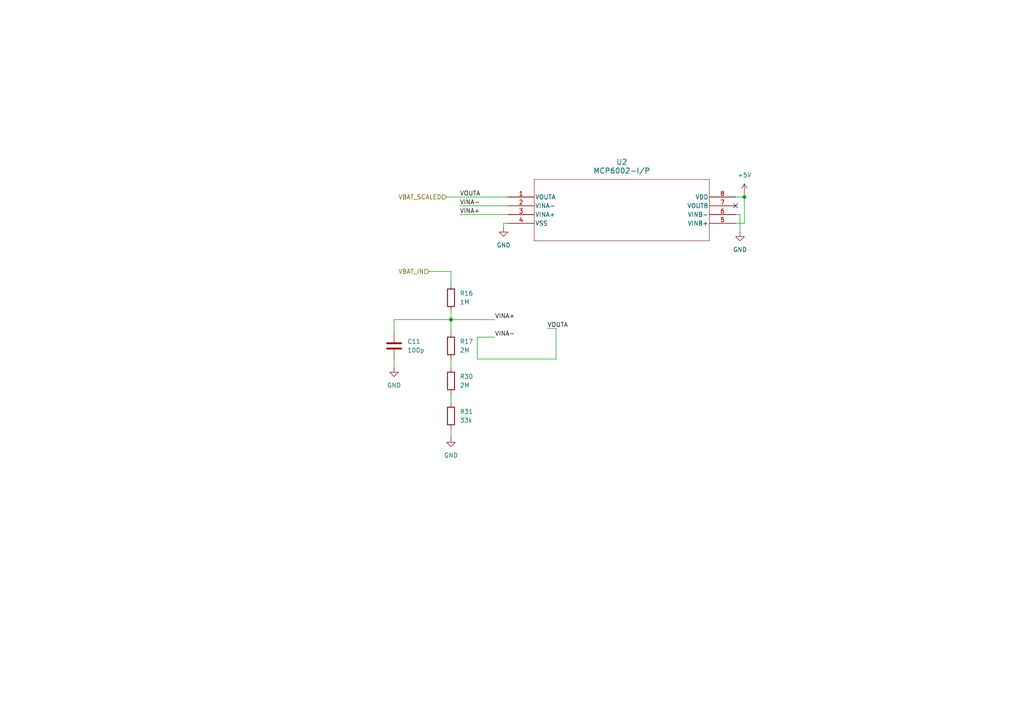
<source format=kicad_sch>
(kicad_sch (version 20231120) (generator "eeschema") (generator_version "8.0")
  (paper "A4")
  (title_block (title "Battery Monitor") (date "2025-01-16") (company "University of Alberta") (comment 1 "Max Schatz") (comment 2 "Steven Sager") (comment 3 "Tejas Ravish") (comment 4 "Damien Huskic"))
  (lib_symbols
    (symbol "Capstone:MCP6002-I_P" (pin_names (offset 0.254))
      (property "Reference" "U" (at 33.02 10.16 0))
      (property "Value" "MCP6002-I/P" (at 33.02 7.62 0))
      (symbol "MCP6002-I_P_0_1"
        (polyline (pts (xy 7.62 -12.7) (xy 58.42 -12.7)) (stroke (width 0.127)))
        (polyline (pts (xy 7.62 5.08) (xy 7.62 -12.7)) (stroke (width 0.127)))
        (polyline (pts (xy 58.42 -12.7) (xy 58.42 5.08)) (stroke (width 0.127)))
        (polyline (pts (xy 58.42 5.08) (xy 7.62 5.08)) (stroke (width 0.127)))
        (pin unspecified line (at 0 0 0) (length 7.62) (name "VOUTA") (number "1"))
        (pin unspecified line (at 0 -2.54 0) (length 7.62) (name "VINA-") (number "2"))
        (pin unspecified line (at 0 -5.08 0) (length 7.62) (name "VINA+") (number "3"))
        (pin unspecified line (at 0 -7.62 0) (length 7.62) (name "VSS") (number "4"))
        (pin unspecified line (at 66.04 -7.62 180) (length 7.62) (name "VINB+") (number "5"))
        (pin unspecified line (at 66.04 -5.08 180) (length 7.62) (name "VINB-") (number "6"))
        (pin unspecified line (at 66.04 -2.54 180) (length 7.62) (name "VOUTB") (number "7"))
        (pin unspecified line (at 66.04 0 180) (length 7.62) (name "VDD") (number "8"))
      )
    )
    (symbol "Device:C" (pin_numbers hide) (pin_names (offset 0.254))
      (property "Reference" "C" (at 0.635 2.54 0))
      (property "Value" "C" (at 0.635 -2.54 0))
      (symbol "C_0_1"
        (polyline (pts (xy -2.032 -0.762) (xy 2.032 -0.762)) (stroke (width 0.508)))
        (polyline (pts (xy -2.032 0.762) (xy 2.032 0.762)) (stroke (width 0.508)))
      )
      (symbol "C_1_1"
        (pin passive line (at 0 3.81 270) (length 2.794) (name "~") (number "1"))
        (pin passive line (at 0 -3.81 90) (length 2.794) (name "~") (number "2"))
      )
    )
    (symbol "Device:R" (pin_numbers hide) (pin_names (offset 0))
      (property "Reference" "R" (at 2.032 0 90))
      (property "Value" "R" (at 0 0 90))
      (symbol "R_0_1"
        (rectangle (start -1.016 -2.54) (end 1.016 2.54) (stroke (width 0.254)))
      )
      (symbol "R_1_1"
        (pin passive line (at 0 3.81 270) (length 1.27) (name "~") (number "1"))
        (pin passive line (at 0 -3.81 90) (length 1.27) (name "~") (number "2"))
      )
    )
    (symbol "power:+5V" (power) (pin_numbers hide) (pin_names (offset 0) hide)
      (property "Value" "+5V" (at 0 3.556 0))
      (symbol "+5V_0_1"
        (polyline (pts (xy -0.762 1.27) (xy 0 2.54)))
        (polyline (pts (xy 0 0) (xy 0 2.54)))
        (polyline (pts (xy 0 2.54) (xy 0.762 1.27)))
      )
      (symbol "+5V_1_1"
        (pin power_in line (at 0 0 90) (length 0) (name "~") (number "1"))
      )
    )
    (symbol "power:GND" (power) (pin_numbers hide) (pin_names (offset 0) hide)
      (property "Value" "GND" (at 0 -3.81 0))
      (symbol "GND_0_1"
        (polyline (pts (xy 0 0) (xy 0 -1.27) (xy 1.27 -1.27) (xy 0 -2.54) (xy -1.27 -1.27) (xy 0 -1.27)))
      )
      (symbol "GND_1_1"
        (pin power_in line (at 0 0 270) (length 0) (name "~") (number "1"))
      )
    )
  )
  (junction (at 130.81 92.71))
  (junction (at 215.9 57.15))
  (no_connect (at 213.36 59.69))
  (wire (pts (xy 213.36 64.77) (xy 215.9 64.77)))
  (wire (pts (xy 138.43 97.79) (xy 138.43 104.14)))
  (wire (pts (xy 214.63 62.23) (xy 214.63 67.31)))
  (wire (pts (xy 114.3 104.14) (xy 114.3 106.68)))
  (wire (pts (xy 215.9 64.77) (xy 215.9 57.15)))
  (wire (pts (xy 129.54 57.15) (xy 147.32 57.15)))
  (wire (pts (xy 213.36 57.15) (xy 215.9 57.15)))
  (wire (pts (xy 130.81 82.55) (xy 130.81 78.74)))
  (wire (pts (xy 114.3 92.71) (xy 130.81 92.71)))
  (wire (pts (xy 130.81 92.71) (xy 130.81 96.52)))
  (wire (pts (xy 130.81 90.17) (xy 130.81 92.71)))
  (wire (pts (xy 130.81 124.46) (xy 130.81 127)))
  (wire (pts (xy 146.05 64.77) (xy 146.05 66.04)))
  (wire (pts (xy 147.32 64.77) (xy 146.05 64.77)))
  (wire (pts (xy 124.46 78.74) (xy 130.81 78.74)))
  (wire (pts (xy 133.35 59.69) (xy 147.32 59.69)))
  (wire (pts (xy 130.81 92.71) (xy 143.51 92.71)))
  (wire (pts (xy 130.81 104.14) (xy 130.81 106.68)))
  (wire (pts (xy 158.75 95.25) (xy 161.29 95.25)))
  (wire (pts (xy 114.3 96.52) (xy 114.3 92.71)))
  (wire (pts (xy 215.9 57.15) (xy 215.9 55.88)))
  (wire (pts (xy 213.36 62.23) (xy 214.63 62.23)))
  (wire (pts (xy 161.29 104.14) (xy 161.29 95.25)))
  (wire (pts (xy 133.35 62.23) (xy 147.32 62.23)))
  (wire (pts (xy 130.81 114.3) (xy 130.81 116.84)))
  (wire (pts (xy 143.51 97.79) (xy 138.43 97.79)))
  (wire (pts (xy 138.43 104.14) (xy 161.29 104.14)))
  (label "VINA+" (at 143.51 92.71 0))
  (label "VINA-" (at 133.35 59.69 0))
  (label "VOUTA" (at 158.75 95.25 0))
  (label "VINA+" (at 133.35 62.23 0))
  (label "VINA-" (at 143.51 97.79 0))
  (label "VOUTA" (at 133.35 57.15 0))
  (hierarchical_label "VBAT_IN" (shape input) (at 124.46 78.74 180))
  (hierarchical_label "VBAT_SCALED" (shape input) (at 129.54 57.15 180))
  (symbol (lib_id "power:GND") (at 214.63 67.31 0) (unit 1)
    (property "Reference" "#PWR050" (effects (hide yes)))
    (property "Value" "GND" (at 214.63 72.39 0))
    (property "Description" "Power symbol creates a global label with name \"GND\" , ground" (effects (hide yes)))
  )
  (symbol (lib_id "Device:R") (at 130.81 86.36 0) (unit 1)
    (property "Reference" "R16" (at 133.35 85.0899 0) (effects (justify left)))
    (property "Value" "1M" (at 133.35 87.6299 0) (effects (justify left)))
    (property "Footprint" "Resistor_SMD:R_1206_3216Metric_Pad1.30x1.75mm_HandSolder" (effects (hide yes)))
    (property "Description" "Resistor" (effects (hide yes)))
  )
  (symbol (lib_id "power:GND") (at 130.81 127 0) (unit 1)
    (property "Reference" "#PWR013" (effects (hide yes)))
    (property "Value" "GND" (at 130.81 132.08 0))
    (property "Description" "Power symbol creates a global label with name \"GND\" , ground" (effects (hide yes)))
  )
  (symbol (lib_id "Capstone:MCP6002-I_P") (at 147.32 57.15 0) (unit 1)
    (property "Reference" "U2" (at 180.34 46.99 0) (effects (font (size 1.524 1.524))))
    (property "Value" "MCP6002-I/P" (at 180.34 49.53 0) (effects (font (size 1.524 1.524))))
    (property "Footprint" "PDIP8_300MC_MCH" (effects (hide yes)))
    (property "Datasheet" "MCP6002-I/P" (effects (hide yes)))
  )
  (symbol (lib_id "Device:R") (at 130.81 110.49 0) (unit 1)
    (property "Reference" "R30" (at 133.35 109.2199 0) (effects (justify left)))
    (property "Value" "2M" (at 133.35 111.7599 0) (effects (justify left)))
    (property "Footprint" "Resistor_SMD:R_1206_3216Metric_Pad1.30x1.75mm_HandSolder" (effects (hide yes)))
    (property "Description" "Resistor" (effects (hide yes)))
  )
  (symbol (lib_id "power:+5V") (at 215.9 55.88 0) (unit 1)
    (property "Reference" "#PWR049" (effects (hide yes)))
    (property "Value" "+5V" (at 215.9 50.8 0))
    (property "Description" "Power symbol creates a global label with name \"+5V\"" (effects (hide yes)))
  )
  (symbol (lib_id "power:GND") (at 146.05 66.04 0) (unit 1)
    (property "Reference" "#PWR051" (effects (hide yes)))
    (property "Value" "GND" (at 146.05 71.12 0))
    (property "Description" "Power symbol creates a global label with name \"GND\" , ground" (effects (hide yes)))
  )
  (symbol (lib_id "Device:R") (at 130.81 100.33 0) (unit 1)
    (property "Reference" "R17" (at 133.35 99.0599 0) (effects (justify left)))
    (property "Value" "2M" (at 133.35 101.5999 0) (effects (justify left)))
    (property "Footprint" "Resistor_SMD:R_1206_3216Metric_Pad1.30x1.75mm_HandSolder" (effects (hide yes)))
    (property "Description" "Resistor" (effects (hide yes)))
  )
  (symbol (lib_id "Device:R") (at 130.81 120.65 0) (unit 1)
    (property "Reference" "R31" (at 133.35 119.3799 0) (effects (justify left)))
    (property "Value" "33k" (at 133.35 121.9199 0) (effects (justify left)))
    (property "Footprint" "Resistor_SMD:R_1206_3216Metric_Pad1.30x1.75mm_HandSolder" (effects (hide yes)))
    (property "Description" "Resistor" (effects (hide yes)))
  )
  (symbol (lib_id "Device:C") (at 114.3 100.33 0) (unit 1)
    (property "Reference" "C11" (at 118.11 99.0599 0) (effects (justify left)))
    (property "Value" "100p" (at 118.11 101.5999 0) (effects (justify left)))
    (property "Footprint" "Capacitor_SMD:C_1206_3216Metric_Pad1.33x1.80mm_HandSolder" (effects (hide yes)))
    (property "Description" "Unpolarized capacitor" (effects (hide yes)))
  )
  (symbol (lib_id "power:GND") (at 114.3 106.68 0) (unit 1)
    (property "Reference" "#PWR025" (effects (hide yes)))
    (property "Value" "GND" (at 114.3 111.76 0))
    (property "Description" "Power symbol creates a global label with name \"GND\" , ground" (effects (hide yes)))
  )
)
</source>
